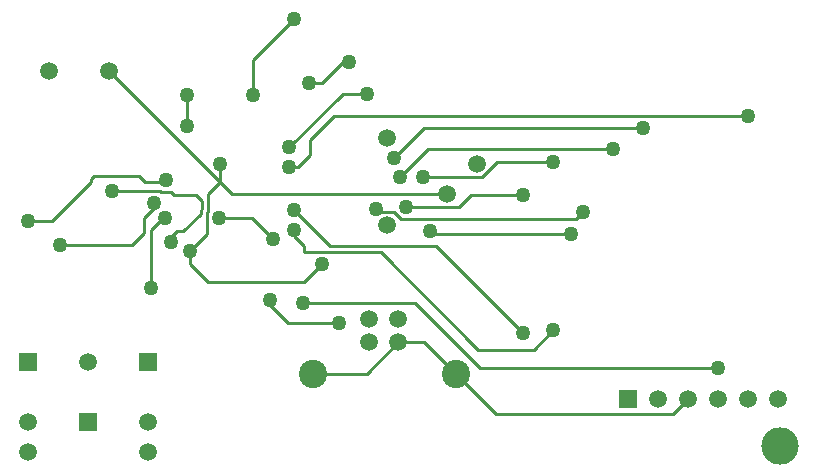
<source format=gbl>
G04 Layer_Physical_Order=2*
G04 Layer_Color=16711680*
%FSLAX42Y42*%
%MOMM*%
G71*
G01*
G75*
%ADD37C,0.25*%
%ADD38C,1.52*%
%ADD39C,3.17*%
%ADD40R,1.50X1.50*%
%ADD41C,1.50*%
%ADD42R,1.52X1.52*%
%ADD43C,2.40*%
%ADD44C,1.27*%
D37*
X5677Y4801D02*
X5702Y4775D01*
X5825D01*
X4102Y4331D02*
Y4445D01*
Y4331D02*
X4254Y4178D01*
X5067D01*
X5220Y4331D01*
X4254Y4928D02*
X4356Y5029D01*
X4254Y4779D02*
Y4928D01*
X4242Y4766D02*
X4254Y4779D01*
X4242Y4585D02*
Y4766D01*
X4102Y4445D02*
X4242Y4585D01*
X4356Y5029D02*
X4458Y4928D01*
X3416Y5969D02*
X4356Y5029D01*
X4356Y5029D01*
Y5182D01*
X3844Y4953D02*
X3857Y4940D01*
X3442Y4953D02*
X3844D01*
X3857Y4940D02*
X3941D01*
X3721Y5029D02*
X3874D01*
X4204Y4800D02*
Y4864D01*
X4039Y4610D02*
X4191Y4762D01*
Y4788D02*
X4204Y4800D01*
X4191Y4762D02*
Y4788D01*
X4153Y4915D02*
X4204Y4864D01*
X3966Y4915D02*
X4153D01*
X3924Y4547D02*
X3988Y4610D01*
X4039D01*
X3941Y4940D02*
X3966Y4915D01*
X3289Y5080D02*
X3670D01*
X3264Y5055D02*
X3289Y5080D01*
X3264Y5029D02*
Y5055D01*
X3670Y5080D02*
X3721Y5029D01*
X2934Y4699D02*
X3264Y5029D01*
X2731Y4699D02*
X2934D01*
X3708Y4597D02*
Y4724D01*
X3607Y4496D02*
X3708Y4597D01*
X2997Y4496D02*
X3607D01*
X4630Y6060D02*
X4978Y6408D01*
X4630Y5766D02*
Y6060D01*
X8192Y3061D02*
X8318Y3188D01*
X6693Y3061D02*
X8192D01*
X6350Y3404D02*
X6693Y3061D01*
X5863Y3670D02*
X6083D01*
X5597Y3404D02*
X5863Y3670D01*
X5144Y3404D02*
X5597D01*
X4623Y4724D02*
X4801Y4547D01*
X4343Y4724D02*
X4623D01*
X7010Y3607D02*
X7175Y3772D01*
X6540Y3607D02*
X7010D01*
X5715Y4432D02*
X6540Y3607D01*
X5067Y4432D02*
X5715D01*
X5825Y4775D02*
X5889Y4712D01*
X7366D01*
X7429Y4775D01*
X5931Y4813D02*
X6372D01*
X6474Y4915D01*
X6921D01*
X4978Y4788D02*
X5283Y4483D01*
X6185D01*
X6921Y3747D01*
X6071Y5067D02*
X6575D01*
X6702Y5194D01*
X7175D01*
X5876Y5067D02*
X6117Y5309D01*
X7683D01*
X5829Y5232D02*
X6083Y5486D01*
X7938D01*
X6553Y3454D02*
X8572D01*
X6007Y4001D02*
X6553Y3454D01*
X5055Y4001D02*
X6007D01*
X4630Y5751D02*
Y5766D01*
X4458Y4928D02*
X6274D01*
X5067Y4432D02*
Y4483D01*
X4978Y4572D02*
X5067Y4483D01*
X6160Y4585D02*
X7328D01*
X5321Y5588D02*
X8826D01*
X5118Y5385D02*
X5321Y5588D01*
X5118Y5258D02*
Y5385D01*
X5017Y5156D02*
X5118Y5258D01*
X4966Y5156D02*
X5017D01*
X4940Y5321D02*
X5397Y5778D01*
X5601D01*
X5105Y5867D02*
X5220D01*
X5385Y6033D01*
X6083Y3670D02*
X6350Y3404D01*
X4928Y3835D02*
X5359D01*
X4762Y4001D02*
X4928Y3835D01*
X3772Y4128D02*
Y4623D01*
X3861Y4712D01*
X4074Y5502D02*
Y5763D01*
X3708Y4724D02*
X3835Y4851D01*
D38*
X3416Y5969D02*
D03*
X2908D02*
D03*
X6528Y5182D02*
D03*
X6274Y4928D02*
D03*
X5766Y5402D02*
D03*
Y4661D02*
D03*
X3747Y2743D02*
D03*
Y2997D02*
D03*
X3238Y3505D02*
D03*
X2731Y2997D02*
D03*
Y2743D02*
D03*
X5863Y3870D02*
D03*
X5613Y3870D02*
D03*
X5863Y3670D02*
D03*
X5613D02*
D03*
D39*
X9093Y2794D02*
D03*
D40*
X7811Y3188D02*
D03*
D41*
X8064D02*
D03*
X8318D02*
D03*
X8572D02*
D03*
X8826D02*
D03*
X9081D02*
D03*
D42*
X3238Y2997D02*
D03*
X3747Y3505D02*
D03*
X2731D02*
D03*
D43*
X6350Y3404D02*
D03*
X5144D02*
D03*
D44*
X5677Y4801D02*
D03*
X5220Y4331D02*
D03*
X4356Y5182D02*
D03*
X3899Y5042D02*
D03*
X4102Y4445D02*
D03*
X3937Y4521D02*
D03*
X3797Y4851D02*
D03*
X3442Y4953D02*
D03*
X2997Y4496D02*
D03*
X2731Y4699D02*
D03*
X4630Y5766D02*
D03*
X4978Y6408D02*
D03*
X4801Y4547D02*
D03*
X4343Y4724D02*
D03*
X7175Y3772D02*
D03*
X7429Y4775D02*
D03*
X5931Y4813D02*
D03*
X6921Y4915D02*
D03*
X4978Y4788D02*
D03*
X6921Y3747D02*
D03*
X6071Y5067D02*
D03*
X7175Y5194D02*
D03*
X5876Y5067D02*
D03*
X7683Y5309D02*
D03*
X5829Y5232D02*
D03*
X7938Y5486D02*
D03*
X8826Y5588D02*
D03*
X8572Y3454D02*
D03*
X5055Y4001D02*
D03*
X4978Y4623D02*
D03*
X7328Y4585D02*
D03*
X6134Y4610D02*
D03*
X4940Y5321D02*
D03*
Y5156D02*
D03*
X5601Y5778D02*
D03*
X5105Y5867D02*
D03*
X5448Y6045D02*
D03*
X5359Y3835D02*
D03*
X4775Y4026D02*
D03*
X3772Y4128D02*
D03*
X3886Y4724D02*
D03*
X4074Y5502D02*
D03*
Y5763D02*
D03*
M02*

</source>
